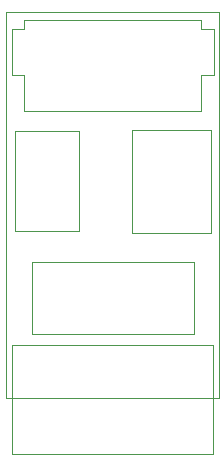
<source format=gbr>
%TF.GenerationSoftware,KiCad,Pcbnew,7.0.7*%
%TF.CreationDate,2023-09-15T20:16:18+02:00*%
%TF.ProjectId,DreameBreakout,44726561-6d65-4427-9265-616b6f75742e,rev?*%
%TF.SameCoordinates,Original*%
%TF.FileFunction,Other,User*%
%FSLAX45Y45*%
G04 Gerber Fmt 4.5, Leading zero omitted, Abs format (unit mm)*
G04 Created by KiCad (PCBNEW 7.0.7) date 2023-09-15 20:16:18*
%MOMM*%
%LPD*%
G01*
G04 APERTURE LIST*
%TA.AperFunction,Profile*%
%ADD10C,0.100000*%
%TD*%
%ADD11C,0.050000*%
G04 APERTURE END LIST*
D10*
X5000000Y-4065500D02*
X6800000Y-4065500D01*
X6800000Y-7332600D01*
X5000000Y-7332600D01*
X5000000Y-4065500D01*
D11*
X5217500Y-6796700D02*
X6592500Y-6796700D01*
X6592500Y-6796700D02*
X6592500Y-6181700D01*
X5217500Y-6181700D02*
X5217500Y-6796700D01*
X6592500Y-6181700D02*
X5217500Y-6181700D01*
X6760500Y-4601900D02*
X6655500Y-4601900D01*
X6760500Y-4211900D02*
X6760500Y-4601900D01*
X6655500Y-4906900D02*
X5155500Y-4906900D01*
X6655500Y-4601900D02*
X6655500Y-4906900D01*
X6655500Y-4211900D02*
X6760500Y-4211900D01*
X6655500Y-4136900D02*
X6655500Y-4211900D01*
X5155500Y-4906900D02*
X5155500Y-4601900D01*
X5155500Y-4601900D02*
X5050500Y-4601900D01*
X5155500Y-4211900D02*
X5155500Y-4136900D01*
X5155500Y-4136900D02*
X6655500Y-4136900D01*
X5050500Y-4601900D02*
X5050500Y-4211900D01*
X5050500Y-4211900D02*
X5155500Y-4211900D01*
X6753900Y-6885800D02*
X5053900Y-6885800D01*
X5053900Y-6885800D02*
X5053900Y-7805800D01*
X6753900Y-7805800D02*
X6753900Y-6885800D01*
X5053900Y-7805800D02*
X6753900Y-7805800D01*
X5074700Y-5924100D02*
X5074700Y-5074100D01*
X5617200Y-5924100D02*
X5074700Y-5924100D01*
X5074700Y-5074100D02*
X5617200Y-5074100D01*
X5617200Y-5074100D02*
X5617200Y-5924100D01*
X6065800Y-5934100D02*
X6735800Y-5934100D01*
X6065800Y-5934100D02*
X6065800Y-5064100D01*
X6735800Y-5934100D02*
X6735800Y-5064100D01*
X6735800Y-5064100D02*
X6065800Y-5064100D01*
M02*

</source>
